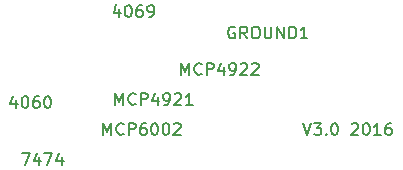
<source format=gbr>
G04 #@! TF.GenerationSoftware,KiCad,Pcbnew,5.1.5+dfsg1-2build2*
G04 #@! TF.CreationDate,2021-03-30T16:00:19+02:00*
G04 #@! TF.ProjectId,OpenThereminV4,4f70656e-5468-4657-9265-6d696e56342e,rev?*
G04 #@! TF.SameCoordinates,Original*
G04 #@! TF.FileFunction,Legend,Top*
G04 #@! TF.FilePolarity,Positive*
%FSLAX46Y46*%
G04 Gerber Fmt 4.6, Leading zero omitted, Abs format (unit mm)*
G04 Created by KiCad (PCBNEW 5.1.5+dfsg1-2build2) date 2021-03-30 16:00:19*
%MOMM*%
%LPD*%
G04 APERTURE LIST*
%ADD10C,0.150000*%
%ADD11C,0.200000*%
G04 APERTURE END LIST*
D10*
X40630895Y-160920380D02*
X41297561Y-160920380D01*
X40868990Y-161920380D01*
X42107085Y-161253714D02*
X42107085Y-161920380D01*
X41868990Y-160872761D02*
X41630895Y-161587047D01*
X42249942Y-161587047D01*
X42535657Y-160920380D02*
X43202323Y-160920380D01*
X42773752Y-161920380D01*
X44011847Y-161253714D02*
X44011847Y-161920380D01*
X43773752Y-160872761D02*
X43535657Y-161587047D01*
X44154704Y-161587047D01*
X48552704Y-156840380D02*
X48552704Y-155840380D01*
X48886038Y-156554666D01*
X49219371Y-155840380D01*
X49219371Y-156840380D01*
X50266990Y-156745142D02*
X50219371Y-156792761D01*
X50076514Y-156840380D01*
X49981276Y-156840380D01*
X49838419Y-156792761D01*
X49743180Y-156697523D01*
X49695561Y-156602285D01*
X49647942Y-156411809D01*
X49647942Y-156268952D01*
X49695561Y-156078476D01*
X49743180Y-155983238D01*
X49838419Y-155888000D01*
X49981276Y-155840380D01*
X50076514Y-155840380D01*
X50219371Y-155888000D01*
X50266990Y-155935619D01*
X50695561Y-156840380D02*
X50695561Y-155840380D01*
X51076514Y-155840380D01*
X51171752Y-155888000D01*
X51219371Y-155935619D01*
X51266990Y-156030857D01*
X51266990Y-156173714D01*
X51219371Y-156268952D01*
X51171752Y-156316571D01*
X51076514Y-156364190D01*
X50695561Y-156364190D01*
X52124133Y-156173714D02*
X52124133Y-156840380D01*
X51886038Y-155792761D02*
X51647942Y-156507047D01*
X52266990Y-156507047D01*
X52695561Y-156840380D02*
X52886038Y-156840380D01*
X52981276Y-156792761D01*
X53028895Y-156745142D01*
X53124133Y-156602285D01*
X53171752Y-156411809D01*
X53171752Y-156030857D01*
X53124133Y-155935619D01*
X53076514Y-155888000D01*
X52981276Y-155840380D01*
X52790800Y-155840380D01*
X52695561Y-155888000D01*
X52647942Y-155935619D01*
X52600323Y-156030857D01*
X52600323Y-156268952D01*
X52647942Y-156364190D01*
X52695561Y-156411809D01*
X52790800Y-156459428D01*
X52981276Y-156459428D01*
X53076514Y-156411809D01*
X53124133Y-156364190D01*
X53171752Y-156268952D01*
X53552704Y-155935619D02*
X53600323Y-155888000D01*
X53695561Y-155840380D01*
X53933657Y-155840380D01*
X54028895Y-155888000D01*
X54076514Y-155935619D01*
X54124133Y-156030857D01*
X54124133Y-156126095D01*
X54076514Y-156268952D01*
X53505085Y-156840380D01*
X54124133Y-156840380D01*
X55076514Y-156840380D02*
X54505085Y-156840380D01*
X54790800Y-156840380D02*
X54790800Y-155840380D01*
X54695561Y-155983238D01*
X54600323Y-156078476D01*
X54505085Y-156126095D01*
X40138704Y-156427714D02*
X40138704Y-157094380D01*
X39900609Y-156046761D02*
X39662514Y-156761047D01*
X40281561Y-156761047D01*
X40852990Y-156094380D02*
X40948228Y-156094380D01*
X41043466Y-156142000D01*
X41091085Y-156189619D01*
X41138704Y-156284857D01*
X41186323Y-156475333D01*
X41186323Y-156713428D01*
X41138704Y-156903904D01*
X41091085Y-156999142D01*
X41043466Y-157046761D01*
X40948228Y-157094380D01*
X40852990Y-157094380D01*
X40757752Y-157046761D01*
X40710133Y-156999142D01*
X40662514Y-156903904D01*
X40614895Y-156713428D01*
X40614895Y-156475333D01*
X40662514Y-156284857D01*
X40710133Y-156189619D01*
X40757752Y-156142000D01*
X40852990Y-156094380D01*
X42043466Y-156094380D02*
X41852990Y-156094380D01*
X41757752Y-156142000D01*
X41710133Y-156189619D01*
X41614895Y-156332476D01*
X41567276Y-156522952D01*
X41567276Y-156903904D01*
X41614895Y-156999142D01*
X41662514Y-157046761D01*
X41757752Y-157094380D01*
X41948228Y-157094380D01*
X42043466Y-157046761D01*
X42091085Y-156999142D01*
X42138704Y-156903904D01*
X42138704Y-156665809D01*
X42091085Y-156570571D01*
X42043466Y-156522952D01*
X41948228Y-156475333D01*
X41757752Y-156475333D01*
X41662514Y-156522952D01*
X41614895Y-156570571D01*
X41567276Y-156665809D01*
X42757752Y-156094380D02*
X42852990Y-156094380D01*
X42948228Y-156142000D01*
X42995847Y-156189619D01*
X43043466Y-156284857D01*
X43091085Y-156475333D01*
X43091085Y-156713428D01*
X43043466Y-156903904D01*
X42995847Y-156999142D01*
X42948228Y-157046761D01*
X42852990Y-157094380D01*
X42757752Y-157094380D01*
X42662514Y-157046761D01*
X42614895Y-156999142D01*
X42567276Y-156903904D01*
X42519657Y-156713428D01*
X42519657Y-156475333D01*
X42567276Y-156284857D01*
X42614895Y-156189619D01*
X42662514Y-156142000D01*
X42757752Y-156094380D01*
X47536704Y-159380380D02*
X47536704Y-158380380D01*
X47870038Y-159094666D01*
X48203371Y-158380380D01*
X48203371Y-159380380D01*
X49250990Y-159285142D02*
X49203371Y-159332761D01*
X49060514Y-159380380D01*
X48965276Y-159380380D01*
X48822419Y-159332761D01*
X48727180Y-159237523D01*
X48679561Y-159142285D01*
X48631942Y-158951809D01*
X48631942Y-158808952D01*
X48679561Y-158618476D01*
X48727180Y-158523238D01*
X48822419Y-158428000D01*
X48965276Y-158380380D01*
X49060514Y-158380380D01*
X49203371Y-158428000D01*
X49250990Y-158475619D01*
X49679561Y-159380380D02*
X49679561Y-158380380D01*
X50060514Y-158380380D01*
X50155752Y-158428000D01*
X50203371Y-158475619D01*
X50250990Y-158570857D01*
X50250990Y-158713714D01*
X50203371Y-158808952D01*
X50155752Y-158856571D01*
X50060514Y-158904190D01*
X49679561Y-158904190D01*
X51108133Y-158380380D02*
X50917657Y-158380380D01*
X50822419Y-158428000D01*
X50774800Y-158475619D01*
X50679561Y-158618476D01*
X50631942Y-158808952D01*
X50631942Y-159189904D01*
X50679561Y-159285142D01*
X50727180Y-159332761D01*
X50822419Y-159380380D01*
X51012895Y-159380380D01*
X51108133Y-159332761D01*
X51155752Y-159285142D01*
X51203371Y-159189904D01*
X51203371Y-158951809D01*
X51155752Y-158856571D01*
X51108133Y-158808952D01*
X51012895Y-158761333D01*
X50822419Y-158761333D01*
X50727180Y-158808952D01*
X50679561Y-158856571D01*
X50631942Y-158951809D01*
X51822419Y-158380380D02*
X51917657Y-158380380D01*
X52012895Y-158428000D01*
X52060514Y-158475619D01*
X52108133Y-158570857D01*
X52155752Y-158761333D01*
X52155752Y-158999428D01*
X52108133Y-159189904D01*
X52060514Y-159285142D01*
X52012895Y-159332761D01*
X51917657Y-159380380D01*
X51822419Y-159380380D01*
X51727180Y-159332761D01*
X51679561Y-159285142D01*
X51631942Y-159189904D01*
X51584323Y-158999428D01*
X51584323Y-158761333D01*
X51631942Y-158570857D01*
X51679561Y-158475619D01*
X51727180Y-158428000D01*
X51822419Y-158380380D01*
X52774800Y-158380380D02*
X52870038Y-158380380D01*
X52965276Y-158428000D01*
X53012895Y-158475619D01*
X53060514Y-158570857D01*
X53108133Y-158761333D01*
X53108133Y-158999428D01*
X53060514Y-159189904D01*
X53012895Y-159285142D01*
X52965276Y-159332761D01*
X52870038Y-159380380D01*
X52774800Y-159380380D01*
X52679561Y-159332761D01*
X52631942Y-159285142D01*
X52584323Y-159189904D01*
X52536704Y-158999428D01*
X52536704Y-158761333D01*
X52584323Y-158570857D01*
X52631942Y-158475619D01*
X52679561Y-158428000D01*
X52774800Y-158380380D01*
X53489085Y-158475619D02*
X53536704Y-158428000D01*
X53631942Y-158380380D01*
X53870038Y-158380380D01*
X53965276Y-158428000D01*
X54012895Y-158475619D01*
X54060514Y-158570857D01*
X54060514Y-158666095D01*
X54012895Y-158808952D01*
X53441466Y-159380380D01*
X54060514Y-159380380D01*
X54140704Y-154300380D02*
X54140704Y-153300380D01*
X54474038Y-154014666D01*
X54807371Y-153300380D01*
X54807371Y-154300380D01*
X55854990Y-154205142D02*
X55807371Y-154252761D01*
X55664514Y-154300380D01*
X55569276Y-154300380D01*
X55426419Y-154252761D01*
X55331180Y-154157523D01*
X55283561Y-154062285D01*
X55235942Y-153871809D01*
X55235942Y-153728952D01*
X55283561Y-153538476D01*
X55331180Y-153443238D01*
X55426419Y-153348000D01*
X55569276Y-153300380D01*
X55664514Y-153300380D01*
X55807371Y-153348000D01*
X55854990Y-153395619D01*
X56283561Y-154300380D02*
X56283561Y-153300380D01*
X56664514Y-153300380D01*
X56759752Y-153348000D01*
X56807371Y-153395619D01*
X56854990Y-153490857D01*
X56854990Y-153633714D01*
X56807371Y-153728952D01*
X56759752Y-153776571D01*
X56664514Y-153824190D01*
X56283561Y-153824190D01*
X57712133Y-153633714D02*
X57712133Y-154300380D01*
X57474038Y-153252761D02*
X57235942Y-153967047D01*
X57854990Y-153967047D01*
X58283561Y-154300380D02*
X58474038Y-154300380D01*
X58569276Y-154252761D01*
X58616895Y-154205142D01*
X58712133Y-154062285D01*
X58759752Y-153871809D01*
X58759752Y-153490857D01*
X58712133Y-153395619D01*
X58664514Y-153348000D01*
X58569276Y-153300380D01*
X58378800Y-153300380D01*
X58283561Y-153348000D01*
X58235942Y-153395619D01*
X58188323Y-153490857D01*
X58188323Y-153728952D01*
X58235942Y-153824190D01*
X58283561Y-153871809D01*
X58378800Y-153919428D01*
X58569276Y-153919428D01*
X58664514Y-153871809D01*
X58712133Y-153824190D01*
X58759752Y-153728952D01*
X59140704Y-153395619D02*
X59188323Y-153348000D01*
X59283561Y-153300380D01*
X59521657Y-153300380D01*
X59616895Y-153348000D01*
X59664514Y-153395619D01*
X59712133Y-153490857D01*
X59712133Y-153586095D01*
X59664514Y-153728952D01*
X59093085Y-154300380D01*
X59712133Y-154300380D01*
X60093085Y-153395619D02*
X60140704Y-153348000D01*
X60235942Y-153300380D01*
X60474038Y-153300380D01*
X60569276Y-153348000D01*
X60616895Y-153395619D01*
X60664514Y-153490857D01*
X60664514Y-153586095D01*
X60616895Y-153728952D01*
X60045466Y-154300380D01*
X60664514Y-154300380D01*
X48876304Y-148706114D02*
X48876304Y-149372780D01*
X48638209Y-148325161D02*
X48400114Y-149039447D01*
X49019161Y-149039447D01*
X49590590Y-148372780D02*
X49685828Y-148372780D01*
X49781066Y-148420400D01*
X49828685Y-148468019D01*
X49876304Y-148563257D01*
X49923923Y-148753733D01*
X49923923Y-148991828D01*
X49876304Y-149182304D01*
X49828685Y-149277542D01*
X49781066Y-149325161D01*
X49685828Y-149372780D01*
X49590590Y-149372780D01*
X49495352Y-149325161D01*
X49447733Y-149277542D01*
X49400114Y-149182304D01*
X49352495Y-148991828D01*
X49352495Y-148753733D01*
X49400114Y-148563257D01*
X49447733Y-148468019D01*
X49495352Y-148420400D01*
X49590590Y-148372780D01*
X50781066Y-148372780D02*
X50590590Y-148372780D01*
X50495352Y-148420400D01*
X50447733Y-148468019D01*
X50352495Y-148610876D01*
X50304876Y-148801352D01*
X50304876Y-149182304D01*
X50352495Y-149277542D01*
X50400114Y-149325161D01*
X50495352Y-149372780D01*
X50685828Y-149372780D01*
X50781066Y-149325161D01*
X50828685Y-149277542D01*
X50876304Y-149182304D01*
X50876304Y-148944209D01*
X50828685Y-148848971D01*
X50781066Y-148801352D01*
X50685828Y-148753733D01*
X50495352Y-148753733D01*
X50400114Y-148801352D01*
X50352495Y-148848971D01*
X50304876Y-148944209D01*
X51352495Y-149372780D02*
X51542971Y-149372780D01*
X51638209Y-149325161D01*
X51685828Y-149277542D01*
X51781066Y-149134685D01*
X51828685Y-148944209D01*
X51828685Y-148563257D01*
X51781066Y-148468019D01*
X51733447Y-148420400D01*
X51638209Y-148372780D01*
X51447733Y-148372780D01*
X51352495Y-148420400D01*
X51304876Y-148468019D01*
X51257257Y-148563257D01*
X51257257Y-148801352D01*
X51304876Y-148896590D01*
X51352495Y-148944209D01*
X51447733Y-148991828D01*
X51638209Y-148991828D01*
X51733447Y-148944209D01*
X51781066Y-148896590D01*
X51828685Y-148801352D01*
D11*
X64440476Y-158380380D02*
X64773809Y-159380380D01*
X65107142Y-158380380D01*
X65345238Y-158380380D02*
X65964285Y-158380380D01*
X65630952Y-158761333D01*
X65773809Y-158761333D01*
X65869047Y-158808952D01*
X65916666Y-158856571D01*
X65964285Y-158951809D01*
X65964285Y-159189904D01*
X65916666Y-159285142D01*
X65869047Y-159332761D01*
X65773809Y-159380380D01*
X65488095Y-159380380D01*
X65392857Y-159332761D01*
X65345238Y-159285142D01*
X66392857Y-159285142D02*
X66440476Y-159332761D01*
X66392857Y-159380380D01*
X66345238Y-159332761D01*
X66392857Y-159285142D01*
X66392857Y-159380380D01*
X67059523Y-158380380D02*
X67154761Y-158380380D01*
X67250000Y-158428000D01*
X67297619Y-158475619D01*
X67345238Y-158570857D01*
X67392857Y-158761333D01*
X67392857Y-158999428D01*
X67345238Y-159189904D01*
X67297619Y-159285142D01*
X67250000Y-159332761D01*
X67154761Y-159380380D01*
X67059523Y-159380380D01*
X66964285Y-159332761D01*
X66916666Y-159285142D01*
X66869047Y-159189904D01*
X66821428Y-158999428D01*
X66821428Y-158761333D01*
X66869047Y-158570857D01*
X66916666Y-158475619D01*
X66964285Y-158428000D01*
X67059523Y-158380380D01*
X68535714Y-158475619D02*
X68583333Y-158428000D01*
X68678571Y-158380380D01*
X68916666Y-158380380D01*
X69011904Y-158428000D01*
X69059523Y-158475619D01*
X69107142Y-158570857D01*
X69107142Y-158666095D01*
X69059523Y-158808952D01*
X68488095Y-159380380D01*
X69107142Y-159380380D01*
X69726190Y-158380380D02*
X69821428Y-158380380D01*
X69916666Y-158428000D01*
X69964285Y-158475619D01*
X70011904Y-158570857D01*
X70059523Y-158761333D01*
X70059523Y-158999428D01*
X70011904Y-159189904D01*
X69964285Y-159285142D01*
X69916666Y-159332761D01*
X69821428Y-159380380D01*
X69726190Y-159380380D01*
X69630952Y-159332761D01*
X69583333Y-159285142D01*
X69535714Y-159189904D01*
X69488095Y-158999428D01*
X69488095Y-158761333D01*
X69535714Y-158570857D01*
X69583333Y-158475619D01*
X69630952Y-158428000D01*
X69726190Y-158380380D01*
X71011904Y-159380380D02*
X70440476Y-159380380D01*
X70726190Y-159380380D02*
X70726190Y-158380380D01*
X70630952Y-158523238D01*
X70535714Y-158618476D01*
X70440476Y-158666095D01*
X71869047Y-158380380D02*
X71678571Y-158380380D01*
X71583333Y-158428000D01*
X71535714Y-158475619D01*
X71440476Y-158618476D01*
X71392857Y-158808952D01*
X71392857Y-159189904D01*
X71440476Y-159285142D01*
X71488095Y-159332761D01*
X71583333Y-159380380D01*
X71773809Y-159380380D01*
X71869047Y-159332761D01*
X71916666Y-159285142D01*
X71964285Y-159189904D01*
X71964285Y-158951809D01*
X71916666Y-158856571D01*
X71869047Y-158808952D01*
X71773809Y-158761333D01*
X71583333Y-158761333D01*
X71488095Y-158808952D01*
X71440476Y-158856571D01*
X71392857Y-158951809D01*
D10*
X58657085Y-150249200D02*
X58561847Y-150201580D01*
X58418990Y-150201580D01*
X58276133Y-150249200D01*
X58180895Y-150344438D01*
X58133276Y-150439676D01*
X58085657Y-150630152D01*
X58085657Y-150773009D01*
X58133276Y-150963485D01*
X58180895Y-151058723D01*
X58276133Y-151153961D01*
X58418990Y-151201580D01*
X58514228Y-151201580D01*
X58657085Y-151153961D01*
X58704704Y-151106342D01*
X58704704Y-150773009D01*
X58514228Y-150773009D01*
X59704704Y-151201580D02*
X59371371Y-150725390D01*
X59133276Y-151201580D02*
X59133276Y-150201580D01*
X59514228Y-150201580D01*
X59609466Y-150249200D01*
X59657085Y-150296819D01*
X59704704Y-150392057D01*
X59704704Y-150534914D01*
X59657085Y-150630152D01*
X59609466Y-150677771D01*
X59514228Y-150725390D01*
X59133276Y-150725390D01*
X60323752Y-150201580D02*
X60514228Y-150201580D01*
X60609466Y-150249200D01*
X60704704Y-150344438D01*
X60752323Y-150534914D01*
X60752323Y-150868247D01*
X60704704Y-151058723D01*
X60609466Y-151153961D01*
X60514228Y-151201580D01*
X60323752Y-151201580D01*
X60228514Y-151153961D01*
X60133276Y-151058723D01*
X60085657Y-150868247D01*
X60085657Y-150534914D01*
X60133276Y-150344438D01*
X60228514Y-150249200D01*
X60323752Y-150201580D01*
X61180895Y-150201580D02*
X61180895Y-151011104D01*
X61228514Y-151106342D01*
X61276133Y-151153961D01*
X61371371Y-151201580D01*
X61561847Y-151201580D01*
X61657085Y-151153961D01*
X61704704Y-151106342D01*
X61752323Y-151011104D01*
X61752323Y-150201580D01*
X62228514Y-151201580D02*
X62228514Y-150201580D01*
X62799942Y-151201580D01*
X62799942Y-150201580D01*
X63276133Y-151201580D02*
X63276133Y-150201580D01*
X63514228Y-150201580D01*
X63657085Y-150249200D01*
X63752323Y-150344438D01*
X63799942Y-150439676D01*
X63847561Y-150630152D01*
X63847561Y-150773009D01*
X63799942Y-150963485D01*
X63752323Y-151058723D01*
X63657085Y-151153961D01*
X63514228Y-151201580D01*
X63276133Y-151201580D01*
X64799942Y-151201580D02*
X64228514Y-151201580D01*
X64514228Y-151201580D02*
X64514228Y-150201580D01*
X64418990Y-150344438D01*
X64323752Y-150439676D01*
X64228514Y-150487295D01*
M02*

</source>
